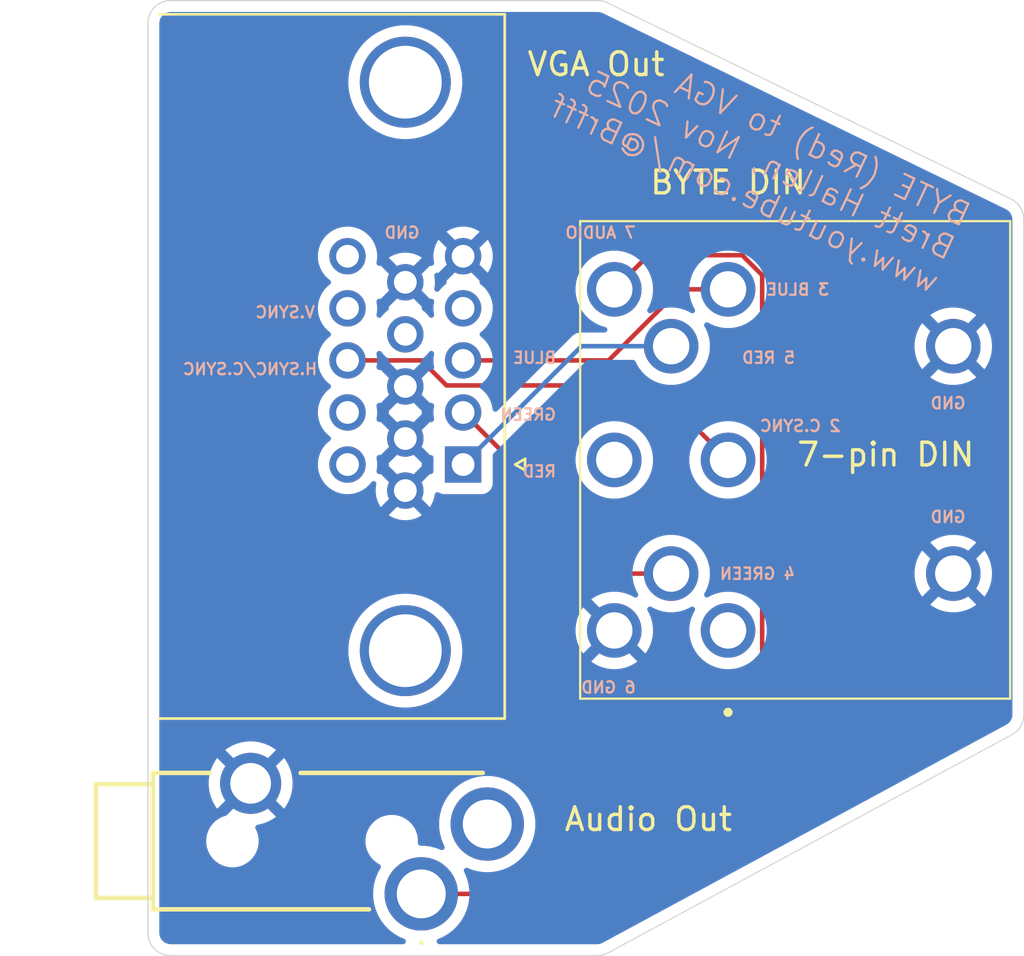
<source format=kicad_pcb>
(kicad_pcb (version 20241229) (generator "pcbnew") (generator_version "9.0")
  (title_block (title "Moldova (Red) BYTE DIN to VGA") (date "20/NOV/2025") (rev "A") (company "Brett Hallen") (comment 1 "www.youtube.com/@Brfff"))
  (layers (0 "F.Cu" signal) (2 "B.Cu" signal) (13 "F.Paste" user) (15 "B.Paste" user) (5 "F.SilkS" user "F.Silkscreen") (7 "B.SilkS" user "B.Silkscreen") (1 "F.Mask" user) (3 "B.Mask" user) (25 "Edge.Cuts" user))
  (net 0 "")
  (net 5 "GND")
  (net 6 "RED")
  (net 7 "H.SYNC{slash}C.SYNC")
  (net 8 "BLUE")
  (net 11 "GREEN")
  (net 12 "AUDIO")
  (footprint "Connector_Dsub:DSUB-15-HD_Socket_Horizontal_P2.29x2.54mm_EdgePinOffset8.35mm_Housed_MountingHolesOffset10.89mm" (layer "F.Cu") (at 112.855 85.404338 -90)
    (property "Reference" "J1" (hide yes))
    (property "Value" "VGA Out" (at -17.604338 -5.845 180) (layer "F.SilkS"))
    (fp_line (start -19.8 13.37) (end -19.8 -1.83) (stroke (width 0.12)) (layer "F.SilkS"))
    (fp_line (start -19.8 -1.83) (end 11.17 -1.83) (stroke (width 0.12)) (layer "F.SilkS"))
    (fp_line (start 11.17 -1.83) (end 11.17 13.37) (stroke (width 0.12)) (layer "F.SilkS"))
    (fp_line (start 0 -2.291325) (end -0.25 -2.724338) (stroke (width 0.12)) (layer "F.SilkS"))
    (fp_line (start -0.25 -2.724338) (end 0.25 -2.724338) (stroke (width 0.12)) (layer "F.SilkS"))
    (fp_line (start 0.25 -2.724338) (end 0 -2.291325) (stroke (width 0.12)) (layer "F.SilkS"))
    (pad "0" thru_hole circle (at -16.815 2.54 270) (size 4 4) (drill 3.2) (layers "*.Cu" "*.Mask"))
    (pad "0" thru_hole circle (at 8.185 2.54 270) (size 4 4) (drill 3.2) (layers "*.Cu" "*.Mask"))
    (pad "1" thru_hole rect (at 0 0 270) (size 1.6 1.6) (drill 1) (layers "*.Cu" "*.Mask") (net 6 "RED"))
    (pad "2" thru_hole circle (at -2.29 0 270) (size 1.6 1.6) (drill 1) (layers "*.Cu" "*.Mask") (net 11 "GREEN"))
    (pad "3" thru_hole circle (at -4.58 0 270) (size 1.6 1.6) (drill 1) (layers "*.Cu" "*.Mask") (net 8 "BLUE"))
    (pad "4" thru_hole circle (at -6.87 0 270) (size 1.6 1.6) (drill 1) (layers "*.Cu" "*.Mask"))
    (pad "5" thru_hole circle (at -9.16 0 270) (size 1.6 1.6) (drill 1) (layers "*.Cu" "*.Mask") (net 5 "GND"))
    (pad "6" thru_hole circle (at 1.145 2.54 270) (size 1.6 1.6) (drill 1) (layers "*.Cu" "*.Mask") (net 5 "GND"))
    (pad "7" thru_hole circle (at -1.145 2.54 270) (size 1.6 1.6) (drill 1) (layers "*.Cu" "*.Mask") (net 5 "GND"))
    (pad "8" thru_hole circle (at -3.435 2.54 270) (size 1.6 1.6) (drill 1) (layers "*.Cu" "*.Mask") (net 5 "GND"))
    (pad "9" thru_hole circle (at -5.725 2.54 270) (size 1.6 1.6) (drill 1) (layers "*.Cu" "*.Mask"))
    (pad "10" thru_hole circle (at -8.015 2.54 270) (size 1.6 1.6) (drill 1) (layers "*.Cu" "*.Mask") (net 5 "GND"))
    (pad "11" thru_hole circle (at 0 5.08 270) (size 1.6 1.6) (drill 1) (layers "*.Cu" "*.Mask"))
    (pad "12" thru_hole circle (at -2.29 5.08 270) (size 1.6 1.6) (drill 1) (layers "*.Cu" "*.Mask"))
    (pad "13" thru_hole circle (at -4.58 5.08 270) (size 1.6 1.6) (drill 1) (layers "*.Cu" "*.Mask") (net 7 "H.SYNC{slash}C.SYNC"))
    (pad "14" thru_hole circle (at -6.87 5.08 270) (size 1.6 1.6) (drill 1) (layers "*.Cu" "*.Mask"))
    (pad "15" thru_hole circle (at -9.16 5.08 270) (size 1.6 1.6) (drill 1) (layers "*.Cu" "*.Mask"))
  )
  (footprint "Clueless_Engineer:SJ3350820BTR" (layer "F.Cu") (at 111.016263 104.284316)
    (property "Reference" "J3" (hide yes))
    (property "Value" "Audio Out" (at 9.983737 -3.284316 0) (layer "F.SilkS"))
    (fp_line (start -14.3 -4.82) (end -14.3 0.18) (stroke (width 0.2)) (layer "F.SilkS"))
    (fp_line (start -14.3 0.18) (end -11.8 0.18) (stroke (width 0.2)) (layer "F.SilkS"))
    (fp_line (start -11.8 -5.32) (end -11.8 0.68) (stroke (width 0.2)) (layer "F.SilkS"))
    (fp_line (start -11.8 -4.82) (end -14.3 -4.82) (stroke (width 0.2)) (layer "F.SilkS"))
    (fp_line (start -11.8 0.68) (end -2.3 0.68) (stroke (width 0.2)) (layer "F.SilkS"))
    (fp_line (start -9.3 -5.32) (end -11.8 -5.32) (stroke (width 0.2)) (layer "F.SilkS"))
    (fp_line (start -5.3 -5.32) (end 2.7 -5.32) (stroke (width 0.2)) (layer "F.SilkS"))
    (fp_line (start 0 2.1) (end 0 2.1) (stroke (width 0.1)) (layer "F.SilkS"))
    (fp_line (start 0 2.2) (end 0 2.2) (stroke (width 0.1)) (layer "F.SilkS"))
    (fp_arc (start 0 2.1) (mid 0.05 2.15) (end 0 2.2) (stroke (width 0.1)) (layer "F.SilkS"))
    (fp_arc (start 0 2.2) (mid -0.05 2.15) (end 0 2.1) (stroke (width 0.1)) (layer "F.SilkS"))
    (pad "" np_thru_hole circle (at -8.3 -2.32) (size 1.8 1.8) (drill 1.8) (layers "*.Cu" "*.Mask"))
    (pad "" np_thru_hole circle (at -1.3 -2.32) (size 1.8 1.8) (drill 1.8) (layers "*.Cu" "*.Mask"))
    (pad "2" thru_hole circle (at 0 0) (size 3.225 3.225) (drill 2.15) (layers "*.Cu" "*.Mask") (net 12 "AUDIO"))
    (pad "3" thru_hole circle (at 2.9 -3.07) (size 3.225 3.225) (drill 2.15) (layers "*.Cu" "*.Mask"))
    (pad "5" thru_hole circle (at -7.5 -4.86) (size 2.685 2.685) (drill 1.79) (layers "*.Cu" "*.Mask") (net 5 "GND"))
  )
  (footprint "Clueless_Engineer:6710801" (layer "F.Cu") (at 124.5 92.7 -90)
    (property "Reference" "J5" (hide yes))
    (property "Value" "Orel BK DIN" (hide yes))
    (fp_line (start -18 6.5) (end -18 -12.4) (stroke (width 0.1)) (layer "F.SilkS"))
    (fp_line (start 3 6.5) (end -18 6.5) (stroke (width 0.1)) (layer "F.SilkS"))
    (fp_line (start 3.6 0.1) (end 3.6 0.1) (stroke (width 0.2)) (layer "F.SilkS"))
    (fp_line (start 3.6 -0.1) (end 3.6 -0.1) (stroke (width 0.2)) (layer "F.SilkS"))
    (fp_line (start -18 -12.4) (end 3 -12.4) (stroke (width 0.1)) (layer "F.SilkS"))
    (fp_line (start 3 -12.4) (end 3 6.5) (stroke (width 0.1)) (layer "F.SilkS"))
    (fp_arc (start 3.6 0.1) (mid 3.5 0) (end 3.6 -0.1) (stroke (width 0.2)) (layer "F.SilkS"))
    (fp_arc (start 3.6 -0.1) (mid 3.7 0) (end 3.6 0.1) (stroke (width 0.2)) (layer "F.SilkS"))
    (pad "1" thru_hole circle (at 0 0 270) (size 2.4 2.4) (drill 1.6) (layers "*.Cu" "*.Mask"))
    (pad "2" thru_hole circle (at -7.5 0 270) (size 2.4 2.4) (drill 1.6) (layers "*.Cu" "*.Mask") (net 7 "H.SYNC{slash}C.SYNC"))
    (pad "3" thru_hole circle (at -15 0 270) (size 2.4 2.4) (drill 1.6) (layers "*.Cu" "*.Mask") (net 8 "BLUE"))
    (pad "4" thru_hole circle (at -2.5 2.5 270) (size 2.4 2.4) (drill 1.6) (layers "*.Cu" "*.Mask") (net 11 "GREEN"))
    (pad "5" thru_hole circle (at -12.5 2.5 270) (size 2.4 2.4) (drill 1.6) (layers "*.Cu" "*.Mask") (net 6 "RED"))
    (pad "6" thru_hole circle (at 0 5 270) (size 2.4 2.4) (drill 1.6) (layers "*.Cu" "*.Mask") (net 5 "GND"))
    (pad "7" thru_hole circle (at -15 5 270) (size 2.4 2.4) (drill 1.6) (layers "*.Cu" "*.Mask") (net 12 "AUDIO"))
    (pad "8" thru_hole circle (at -7.5 5 270) (size 2.4 2.4) (drill 1.6) (layers "*.Cu" "*.Mask"))
    (pad "MH1" thru_hole circle (at -2.5 -9.9 270) (size 2.4 2.4) (drill 1.6) (layers "*.Cu" "*.Mask") (net 5 "GND"))
    (pad "MH2" thru_hole circle (at -12.5 -9.9 270) (size 2.4 2.4) (drill 1.6) (layers "*.Cu" "*.Mask") (net 5 "GND"))
  )
  (gr_line (start 137.5 74.62557) (end 137.5 96.403798) (stroke (width 0.05)) (layer "Edge.Cuts"))
  (gr_arc (start 137.5 96.403798) (mid 137.35893 96.915894) (end 136.975517 97.283504) (stroke (width 0.05)) (layer "Edge.Cuts"))
  (gr_arc (start 99 66) (mid 99.292893 65.292893) (end 100 65) (stroke (width 0.05)) (layer "Edge.Cuts"))
  (gr_arc (start 136.937466 73.726335) (mid 137.347781 74.095224) (end 137.5 74.62557) (stroke (width 0.05)) (layer "Edge.Cuts"))
  (gr_line (start 99 106) (end 99 66) (stroke (width 0.05)) (layer "Edge.Cuts"))
  (gr_line (start 136.975517 97.283504) (end 119.222543 106.879706) (stroke (width 0.05)) (layer "Edge.Cuts"))
  (gr_line (start 100 65) (end 118.769662 65) (stroke (width 0.05)) (layer "Edge.Cuts"))
  (gr_arc (start 118.769662 65) (mid 118.994125 65.025509) (end 119.207128 65.100765) (stroke (width 0.05)) (layer "Edge.Cuts"))
  (gr_arc (start 119.222543 106.879706) (mid 118.992274 106.96946) (end 118.747026 107) (stroke (width 0.05)) (layer "Edge.Cuts"))
  (gr_line (start 118.747026 107) (end 100 107) (stroke (width 0.05)) (layer "Edge.Cuts"))
  (gr_arc (start 100 107) (mid 99.292893 106.707107) (end 99 106) (stroke (width 0.05)) (layer "Edge.Cuts"))
  (gr_line (start 119.207128 65.100765) (end 136.937466 73.726335) (stroke (width 0.05)) (layer "Edge.Cuts"))
  (gr_text "7-pin DIN" (at 127.45 85.55 0) (layer "F.SilkS") (effects (font (size 1 1)) (justify left bottom)))
  (gr_text "BYTE DIN" (at 124.5 73 0) (layer "F.SilkS") (effects (font (size 1 1))))
  (gr_text "BYTE (Red) to VGA\nBrett Hallen, Nov 2025\nwww.youtube.com/@Brfff" (at 133.5 78 335) (layer "B.SilkS") (effects (font (size 1 1) (thickness 0.1)) (justify left bottom mirror)))
  (gr_text "6 GND" (at 120.5 95.5 0) (layer "B.SilkS") (effects (font (size 0.5 0.5) (thickness 0.1) (bold yes)) (justify left bottom mirror)))
  (gr_text "4 GREEN" (at 127.5 90.5 0) (layer "B.SilkS") (effects (font (size 0.5 0.5) (thickness 0.1) (bold yes)) (justify left bottom mirror)))
  (gr_text "GND" (at 135 83 0) (layer "B.SilkS") (effects (font (size 0.5 0.5) (thickness 0.1) (bold yes)) (justify left bottom mirror)))
  (gr_text "BLUE" (at 117 81 0) (layer "B.SilkS") (effects (font (size 0.5 0.5) (thickness 0.1) (bold yes)) (justify left bottom mirror)))
  (gr_text "7 AUDIO" (at 120.5 75.5 0) (layer "B.SilkS") (effects (font (size 0.5 0.5) (thickness 0.1) (bold yes)) (justify left bottom mirror)))
  (gr_text "RED" (at 117 86 0) (layer "B.SilkS") (effects (font (size 0.5 0.5) (thickness 0.1) (bold yes)) (justify left bottom mirror)))
  (gr_text "5 RED" (at 127.5 81 0) (layer "B.SilkS") (effects (font (size 0.5 0.5) (thickness 0.1) (bold yes)) (justify left bottom mirror)))
  (gr_text "GND" (at 111 75.5 0) (layer "B.SilkS") (effects (font (size 0.5 0.5) (thickness 0.1) (bold yes)) (justify left bottom mirror)))
  (gr_text "V.SYNC" (at 106.4 79 0) (layer "B.SilkS") (effects (font (size 0.5 0.5) (thickness 0.1) (bold yes)) (justify left bottom mirror)))
  (gr_text "H.SYNC/C.SYNC" (at 106.5 81.5 0) (layer "B.SilkS") (effects (font (size 0.5 0.5) (thickness 0.1) (bold yes)) (justify left bottom mirror)))
  (gr_text "GREEN" (at 117 83.5 0) (layer "B.SilkS") (effects (font (size 0.5 0.5) (thickness 0.1) (bold yes)) (justify left bottom mirror)))
  (gr_text "2 C.SYNC" (at 129.5 84 0) (layer "B.SilkS") (effects (font (size 0.5 0.5) (thickness 0.1) (bold yes)) (justify left bottom mirror)))
  (gr_text "GND" (at 135 88 0) (layer "B.SilkS") (effects (font (size 0.5 0.5) (thickness 0.1) (bold yes)) (justify left bottom mirror)))
  (gr_text "3 BLUE" (at 129 78 0) (layer "B.SilkS") (effects (font (size 0.5 0.5) (thickness 0.1) (bold yes)) (justify left bottom mirror)))
  (segment (start 122 80.2) (end 118.059338 80.2) (width 0.2) (layer "B.Cu") (net 6))
  (segment (start 118.059338 80.2) (end 112.855 85.404338) (width 0.2) (layer "B.Cu") (net 6))
  (segment (start 124.5 85.2) (end 121.225338 81.925338) (width 0.2) (layer "F.Cu") (net 7))
  (segment (start 121.225338 81.925338) (end 112.125338 81.925338) (width 0.2) (layer "F.Cu") (net 7))
  (segment (start 112.125338 81.925338) (end 111.024338 80.824338) (width 0.2) (layer "F.Cu") (net 7))
  (segment (start 111.024338 80.824338) (end 107.775 80.824338) (width 0.2) (layer "F.Cu") (net 7))
  (segment (start 124.5 77.7) (end 122.377265 77.7) (width 0.2) (layer "F.Cu") (net 8))
  (segment (start 119.252927 80.824338) (end 112.855 80.824338) (width 0.2) (layer "F.Cu") (net 8))
  (segment (start 122.377265 77.7) (end 119.252927 80.824338) (width 0.2) (layer "F.Cu") (net 8))
  (segment (start 119.940662 90.2) (end 112.855 83.114338) (width 0.2) (layer "F.Cu") (net 11))
  (segment (start 122 90.2) (end 119.940662 90.2) (width 0.2) (layer "F.Cu") (net 11))
  (segment (start 125.121735 76.199) (end 126.001 77.078265) (width 0.2) (layer "F.Cu") (net 12))
  (segment (start 126.001 97.799) (end 119.515684 104.284316) (width 0.2) (layer "F.Cu") (net 12))
  (segment (start 126.001 77.078265) (end 126.001 97.799) (width 0.2) (layer "F.Cu") (net 12))
  (segment (start 121.001 76.199) (end 125.121735 76.199) (width 0.2) (layer "F.Cu") (net 12))
  (segment (start 119.5 77.7) (end 121.001 76.199) (width 0.2) (layer "F.Cu") (net 12))
  (segment (start 119.515684 104.284316) (end 111.016263 104.284316) (width 0.2) (layer "F.Cu") (net 12))
  (zone (net 5) (net_name "GND") (layer "B.Cu") (connect_pads (clearance 0.5)) (min_thickness 0.25) (fill yes (thermal_gap 0.5) (thermal_bridge_width 0.5))
    (polygon (pts (xy 99 65) (xy 119 65) (xy 137.5 74) (xy 137.5 97) (xy 119 107) (xy 99 107)))
  )
)
</source>
